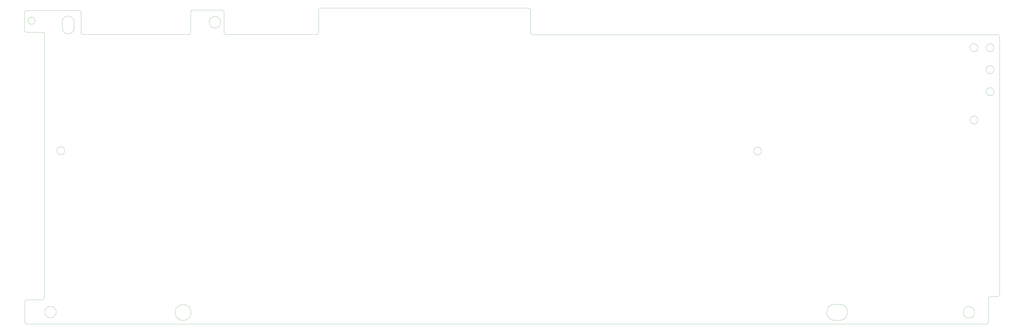
<source format=gbr>
%TF.GenerationSoftware,KiCad,Pcbnew,8.0.7*%
%TF.CreationDate,2025-01-29T20:52:19+00:00*%
%TF.ProjectId,Master-Keyboard_MX,4d617374-6572-42d4-9b65-79626f617264,rev?*%
%TF.SameCoordinates,Original*%
%TF.FileFunction,Profile,NP*%
%FSLAX46Y46*%
G04 Gerber Fmt 4.6, Leading zero omitted, Abs format (unit mm)*
G04 Created by KiCad (PCBNEW 8.0.7) date 2025-01-29 20:52:19*
%MOMM*%
%LPD*%
G01*
G04 APERTURE LIST*
%TA.AperFunction,Profile*%
%ADD10C,0.100000*%
%TD*%
G04 APERTURE END LIST*
D10*
X479299688Y-318900312D02*
X479299688Y-329375000D01*
X130875000Y-187724688D02*
G75*
G02*
X131875312Y-188725000I0J-1000312D01*
G01*
X58423939Y-193076061D02*
G75*
G02*
X63726061Y-193076061I2651061J0D01*
G01*
X67925624Y-198800312D02*
G75*
G02*
X66925288Y-197800000I-24J1000312D01*
G01*
X130350000Y-193250000D02*
G75*
G02*
X125150000Y-193250000I-2600000J0D01*
G01*
X125150000Y-193250000D02*
G75*
G02*
X130350000Y-193250000I2600000J0D01*
G01*
X484300000Y-316900000D02*
G75*
G02*
X483299688Y-317900300I-1000300J0D01*
G01*
X174925312Y-197799688D02*
G75*
G02*
X173925000Y-198800012I-1000312J-12D01*
G01*
X411525000Y-321400000D02*
G75*
G02*
X411525000Y-328700000I0J-3650000D01*
G01*
X409450000Y-321400000D02*
X411525000Y-321400000D01*
X41257015Y-196774376D02*
X41257015Y-188899999D01*
X116750312Y-197800000D02*
X116750312Y-188725000D01*
X472950000Y-325075000D02*
G75*
G02*
X467750000Y-325075000I-2600000J0D01*
G01*
X467750000Y-325075000D02*
G75*
G02*
X472950000Y-325075000I2600000J0D01*
G01*
X116925000Y-325150000D02*
G75*
G02*
X109725000Y-325150000I-3600000J0D01*
G01*
X109725000Y-325150000D02*
G75*
G02*
X116925000Y-325150000I3600000J0D01*
G01*
X481750000Y-204800000D02*
G75*
G02*
X478150000Y-204800000I-1800000J0D01*
G01*
X478150000Y-204800000D02*
G75*
G02*
X481750000Y-204800000I1800000J0D01*
G01*
X116750312Y-188725000D02*
G75*
G02*
X117750624Y-187724712I1000288J0D01*
G01*
X41350000Y-329375000D02*
X41350000Y-320375000D01*
X117750624Y-187724688D02*
X130875000Y-187724688D01*
X174925312Y-197799688D02*
X174925312Y-187775000D01*
X50300000Y-318375000D02*
G75*
G02*
X49299688Y-319375300I-1000300J0D01*
G01*
X481750000Y-224800000D02*
G75*
G02*
X478150000Y-224800000I-1800000J0D01*
G01*
X478150000Y-224800000D02*
G75*
G02*
X481750000Y-224800000I1800000J0D01*
G01*
X42350312Y-319374688D02*
X49300000Y-319374688D01*
X42257327Y-187899687D02*
X65925000Y-187899687D01*
X272050312Y-198850000D02*
G75*
G02*
X271050000Y-197849688I-12J1000300D01*
G01*
X132875312Y-198800312D02*
X173925000Y-198800312D01*
X474430000Y-204800000D02*
G75*
G02*
X470830000Y-204800000I-1800000J0D01*
G01*
X470830000Y-204800000D02*
G75*
G02*
X474430000Y-204800000I1800000J0D01*
G01*
X479299688Y-318900312D02*
G75*
G02*
X480300000Y-317899988I1000312J12D01*
G01*
X271050000Y-187775000D02*
X271050000Y-197849688D01*
X483300000Y-317900000D02*
X480300000Y-317900000D01*
X481750000Y-214800000D02*
G75*
G02*
X478150000Y-214800000I-1800000J0D01*
G01*
X478150000Y-214800000D02*
G75*
G02*
X481750000Y-214800000I1800000J0D01*
G01*
X116750312Y-197800000D02*
G75*
G02*
X115750000Y-198800312I-1000312J0D01*
G01*
X272050000Y-198850000D02*
X483300000Y-198850000D01*
X376110000Y-251780000D02*
G75*
G02*
X372510000Y-251780000I-1800000J0D01*
G01*
X372510000Y-251780000D02*
G75*
G02*
X376110000Y-251780000I1800000J0D01*
G01*
X65925000Y-187899687D02*
G75*
G02*
X66925313Y-188899999I0J-1000313D01*
G01*
X58423939Y-193076061D02*
X58423939Y-195898939D01*
X41257015Y-188899999D02*
G75*
G02*
X42257327Y-187899715I1000285J-1D01*
G01*
X409450000Y-328700000D02*
G75*
G02*
X409450000Y-321400000I0J3650000D01*
G01*
X474430000Y-237680000D02*
G75*
G02*
X470830000Y-237680000I-1800000J0D01*
G01*
X470830000Y-237680000D02*
G75*
G02*
X474430000Y-237680000I1800000J0D01*
G01*
X46100000Y-192550000D02*
G75*
G02*
X42850000Y-192550000I-1625000J0D01*
G01*
X42850000Y-192550000D02*
G75*
G02*
X46100000Y-192550000I1625000J0D01*
G01*
X49299688Y-197774688D02*
G75*
G02*
X50300012Y-198775000I12J-1000312D01*
G01*
X42350312Y-330375312D02*
G75*
G02*
X41349988Y-329375000I-12J1000312D01*
G01*
X478299376Y-330375312D02*
X42350000Y-330375312D01*
X484300000Y-199850000D02*
X484300000Y-316900000D01*
X50300000Y-318375000D02*
X50300000Y-198775000D01*
X55675000Y-324950000D02*
G75*
G02*
X50475000Y-324950000I-2600000J0D01*
G01*
X50475000Y-324950000D02*
G75*
G02*
X55675000Y-324950000I2600000J0D01*
G01*
X270049688Y-186774688D02*
G75*
G02*
X271050012Y-187775000I12J-1000312D01*
G01*
X41350000Y-320375000D02*
G75*
G02*
X42350312Y-319374700I1000300J0D01*
G01*
X479299688Y-329375000D02*
G75*
G02*
X478299376Y-330375288I-1000288J0D01*
G01*
X175925000Y-186774688D02*
X270049688Y-186774688D01*
X66925312Y-188899999D02*
X66925312Y-197800000D01*
X131875312Y-188725000D02*
X131875312Y-197800000D01*
X67925624Y-198800312D02*
X115750000Y-198800312D01*
X59500000Y-251630000D02*
G75*
G02*
X55900000Y-251630000I-1800000J0D01*
G01*
X55900000Y-251630000D02*
G75*
G02*
X59500000Y-251630000I1800000J0D01*
G01*
X42257327Y-197774688D02*
G75*
G02*
X41257012Y-196774376I-27J1000288D01*
G01*
X63726061Y-195898939D02*
G75*
G02*
X58423939Y-195898939I-2651061J0D01*
G01*
X409450000Y-328700000D02*
X411525000Y-328700000D01*
X483300000Y-198850000D02*
G75*
G02*
X484300300Y-199850312I0J-1000300D01*
G01*
X49299688Y-197774688D02*
X42257327Y-197774688D01*
X63726061Y-193076061D02*
X63726061Y-195898939D01*
X132875312Y-198800312D02*
G75*
G02*
X131874988Y-197800000I-12J1000312D01*
G01*
X174925000Y-187775312D02*
G75*
G02*
X175925312Y-186775000I1000300J12D01*
G01*
M02*

</source>
